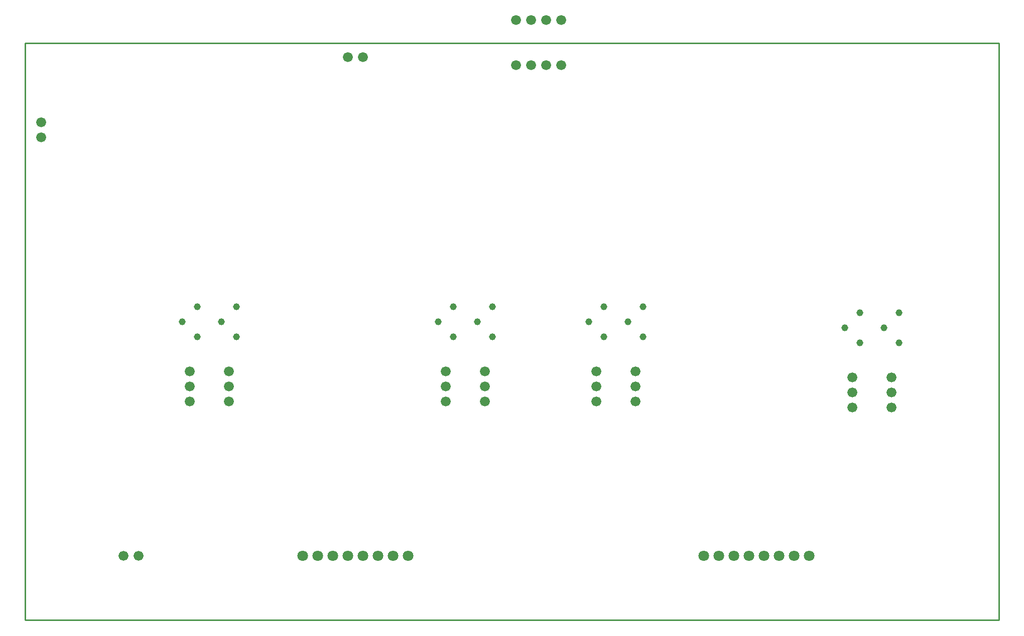
<source format=gbr>
G04 start of page 10 for group -4062 idx -4062 *
G04 Title: (unknown), soldermask *
G04 Creator: pcb 20110918 *
G04 CreationDate: Mon May 14 21:02:36 2012 UTC *
G04 For: mldelibero *
G04 Format: Gerber/RS-274X *
G04 PCB-Dimensions: 2000000 2000000 *
G04 PCB-Coordinate-Origin: lower left *
%MOIN*%
%FSLAX25Y25*%
%LNBOTTOMMASK*%
%ADD101C,0.0710*%
%ADD100C,0.0460*%
%ADD99C,0.0660*%
%ADD98C,0.0100*%
G54D98*X74100Y1553000D02*X720700D01*
Y1936800D01*
X74100D02*X720700D01*
X74100D02*Y1553000D01*
G54D99*X209500Y1698300D03*
X183500D03*
Y1708300D03*
X209500D03*
Y1718300D03*
X183500D03*
G54D100*X188500Y1741300D03*
Y1761300D03*
X178500Y1751300D03*
X214500Y1741300D03*
X204500Y1751300D03*
X214500Y1761300D03*
G54D99*X400000Y1922000D03*
X410000D03*
X420000D03*
X430000D03*
Y1952000D03*
X420000D03*
X410000D03*
X400000D03*
X288300Y1927500D03*
X298300D03*
X84700Y1884200D03*
Y1874200D03*
X379500Y1698300D03*
X353500D03*
X453500D03*
X379500Y1708300D03*
X353500D03*
X453500D03*
X379500Y1718300D03*
X353500D03*
X453500D03*
G54D100*X384500Y1741300D03*
Y1761300D03*
X374500Y1751300D03*
X358500Y1741300D03*
Y1761300D03*
X348500Y1751300D03*
X448500D03*
G54D99*X479500Y1698300D03*
Y1708300D03*
Y1718300D03*
G54D100*X484500Y1741300D03*
Y1761300D03*
X474500Y1751300D03*
X458500Y1741300D03*
Y1761300D03*
X628400Y1737500D03*
X654400D03*
X628400Y1757500D03*
X654400D03*
X618400Y1747500D03*
X644400D03*
G54D99*X623400Y1694500D03*
Y1704500D03*
Y1714500D03*
X649400Y1694500D03*
Y1704500D03*
Y1714500D03*
X149500Y1595700D03*
X139500D03*
G54D101*X258500D03*
X268500D03*
X278500D03*
X288500D03*
X298500D03*
X308500D03*
X318500D03*
X328500D03*
X524800D03*
X534800D03*
X544800D03*
X554800D03*
X564800D03*
X574800D03*
X584800D03*
X594800D03*
M02*

</source>
